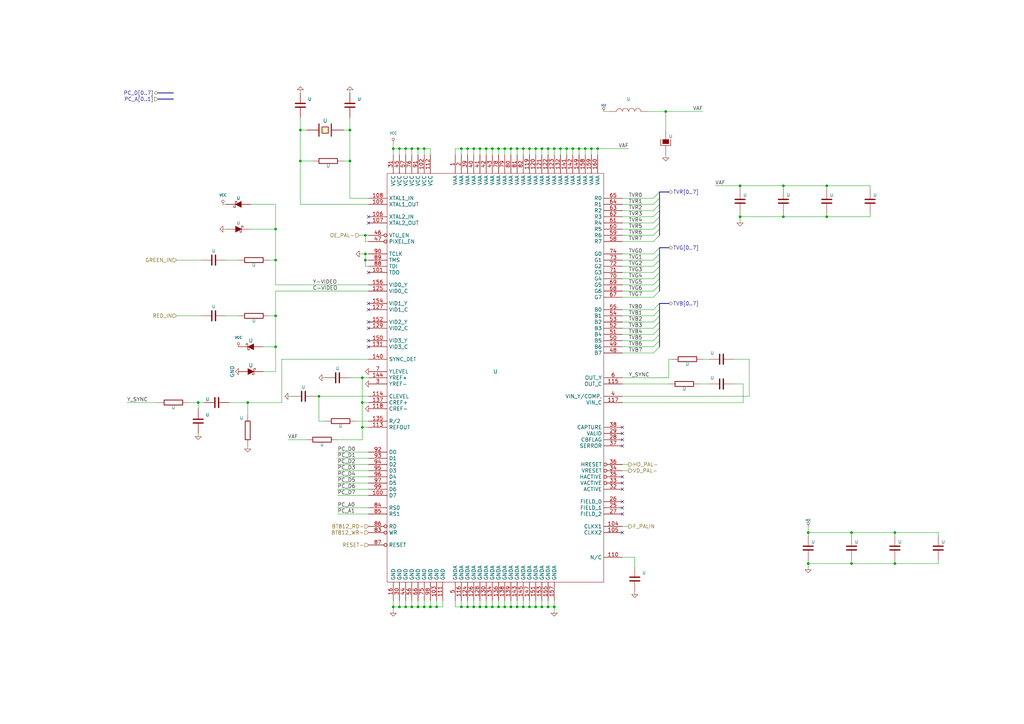
<source format=kicad_sch>
(kicad_sch (version 20220822) (generator eeschema)
  (paper "A3")
  (title_block (title "Video") (date "Sun 22 Mar 2015") (rev "2.0B") (company "Kicad EDA"))
  (lib_symbols
    (symbol "video_schlib:BT812" (pin_names (offset 0.762))
      (property "Reference" "U" (at 47.498 85.09 0))
      (property "Value" "BT812" (at 31.242 -85.09 0))
      (symbol "BT812_0_1"
        (rectangle (start -44.45 -83.82) (end 44.45 83.82))
      )
      (symbol "BT812_1_1"
        (pin input line (at -16.51 91.44 270) (length 7.62) (name "VAA") (number "1"))
        (pin tri_state line (at -52.07 -48.26 0) (length 7.62) (name "D7") (number "100"))
        (pin output line (at -52.07 43.18 0) (length 7.62) (name "TDO") (number "101"))
        (pin input line (at -29.21 91.44 270) (length 7.62) (name "VCC") (number "102"))
        (pin input line (at -24.13 -91.44 90) (length 7.62) (name "GND") (number "103"))
        (pin output line (at 52.07 -60.96 180) (length 7.62) (name "CLKX1") (number "104"))
        (pin output line (at 52.07 -63.5 180) (length 7.62) (name "CLKX2") (number "105"))
        (pin input line (at -52.07 66.04 0) (length 7.62) (name "XTAL2_IN") (number "106"))
        (pin output line (at -52.07 63.5 0) (length 7.62) (name "XTAL2_OUT") (number "107"))
        (pin input line (at -52.07 73.66 0) (length 7.62) (name "XTAL1_IN") (number "108"))
        (pin output line (at -52.07 71.12 0) (length 7.62) (name "XTAL1_OUT") (number "109"))
        (pin input line (at 52.07 -73.66 180) (length 7.62) (name "N/C") (number "110"))
        (pin input line (at -21.59 -91.44 90) (length 7.62) (name "GND") (number "111"))
        (pin input line (at -26.67 91.44 270) (length 7.62) (name "VCC") (number "112"))
        (pin output line (at -52.07 -20.32 0) (length 7.62) (name "REFOUT") (number "113"))
        (pin input line (at -52.07 -7.62 0) (length 7.62) (name "CLEVEL") (number "114"))
        (pin output line (at 52.07 -2.54 180) (length 7.62) (name "OUT_C") (number "115"))
        (pin input line (at -13.97 -91.44 90) (length 7.62) (name "GNDA") (number "116"))
        (pin input line (at 52.07 -10.16 180) (length 7.62) (name "VIN_C") (number "117"))
        (pin input line (at -52.07 -12.7 0) (length 7.62) (name "CREF-") (number "118"))
        (pin input line (at 13.97 91.44 270) (length 7.62) (name "VAA") (number "119"))
        (pin input line (at 16.51 91.44 270) (length 7.62) (name "VAA") (number "120"))
        (pin input line (at 19.05 91.44 270) (length 7.62) (name "VAA") (number "121"))
        (pin input line (at 21.59 91.44 270) (length 7.62) (name "VAA") (number "122"))
        (pin passive line (at 24.13 91.44 270) (length 7.62) (name "VAA") (number "123"))
        (pin input line (at -11.43 -91.44 90) (length 7.62) (name "GNDA") (number "124"))
        (pin input line (at -52.07 35.56 0) (length 7.62) (name "VID0_C") (number "125"))
        (pin input line (at -8.89 -91.44 90) (length 7.62) (name "GNDA") (number "126"))
        (pin input line (at -52.07 27.94 0) (length 7.62) (name "VID1_C") (number "127"))
        (pin input line (at -6.35 -91.44 90) (length 7.62) (name "GNDA") (number "128"))
        (pin input line (at -52.07 20.32 0) (length 7.62) (name "VID2_C") (number "129"))
        (pin input line (at -3.81 -91.44 90) (length 7.62) (name "GNDA") (number "130"))
        (pin input line (at -52.07 12.7 0) (length 7.62) (name "VID3_C") (number "131"))
        (pin input line (at 26.67 91.44 270) (length 7.62) (name "VAA") (number "132"))
        (pin input line (at -1.27 -91.44 90) (length 7.62) (name "GNDA") (number "134"))
        (pin input line (at -52.07 -17.78 0) (length 7.62) (name "R/2") (number "135"))
        (pin input line (at 1.27 -91.44 90) (length 7.62) (name "GNDA") (number "136"))
        (pin input line (at -52.07 -10.16 0) (length 7.62) (name "CREF+") (number "137"))
        (pin input line (at 3.81 -91.44 90) (length 7.62) (name "GNDA") (number "138"))
        (pin input line (at 6.35 -91.44 90) (length 7.62) (name "GNDA") (number "139"))
        (pin input line (at -52.07 7.62 0) (length 7.62) (name "SYNC_DET") (number "140"))
        (pin input line (at 29.21 91.44 270) (length 7.62) (name "VAA") (number "141"))
        (pin input line (at 31.75 91.44 270) (length 7.62) (name "VAA") (number "142"))
        (pin input line (at 8.89 -91.44 90) (length 7.62) (name "GNDA") (number "143"))
        (pin input line (at -52.07 0 0) (length 7.62) (name "YREF+") (number "144"))
        (pin input line (at 11.43 -91.44 90) (length 7.62) (name "GNDA") (number "145"))
        (pin input line (at 13.97 -91.44 90) (length 7.62) (name "GNDA") (number "147"))
        (pin input line (at 34.29 91.44 270) (length 7.62) (name "VAA") (number "149"))
        (pin input line (at -52.07 15.24 0) (length 7.62) (name "VID3_Y") (number "150"))
        (pin input line (at 16.51 -91.44 90) (length 7.62) (name "GNDA") (number "151"))
        (pin input line (at -52.07 22.86 0) (length 7.62) (name "VID2_Y") (number "152"))
        (pin input line (at 19.05 -91.44 90) (length 7.62) (name "GNDA") (number "153"))
        (pin input line (at -52.07 30.48 0) (length 7.62) (name "VID1_Y") (number "154"))
        (pin input line (at 21.59 -91.44 90) (length 7.62) (name "GNDA") (number "155"))
        (pin input line (at -52.07 38.1 0) (length 7.62) (name "VID0_Y") (number "156"))
        (pin input line (at 24.13 -91.44 90) (length 7.62) (name "GNDA") (number "157"))
        (pin input line (at 36.83 91.44 270) (length 7.62) (name "VAA") (number "158"))
        (pin input line (at 39.37 91.44 270) (length 7.62) (name "VAA") (number "159"))
        (pin input line (at -41.91 -91.44 90) (length 7.62) (name "GND") (number "16"))
        (pin input line (at 41.91 91.44 270) (length 7.62) (name "VAA") (number "160"))
        (pin input line (at -13.97 91.44 270) (length 7.62) (name "VAA") (number "2"))
        (pin bidirectional line (at 52.07 -53.34 180) (length 7.62) (name "FIELD_1") (number "25"))
        (pin bidirectional line (at 52.07 -50.8 180) (length 7.62) (name "FIELD_0") (number "26"))
        (pin output line (at 52.07 -55.88 180) (length 7.62) (name "FIELD_2") (number "27"))
        (pin output line (at 52.07 -25.4 180) (length 7.62) (name "CBFLAG") (number "28"))
        (pin output line (at 52.07 -22.86 180) (length 7.62) (name "VALID") (number "29"))
        (pin input line (at -52.07 -2.54 0) (length 7.62) (name "YREF-") (number "3"))
        (pin input line (at -39.37 -91.44 90) (length 7.62) (name "GND") (number "30"))
        (pin input line (at -41.91 91.44 270) (length 7.62) (name "VCC") (number "31"))
        (pin output line (at 52.07 -45.72 180) (length 7.62) (name "ACTIVE") (number "32"))
        (pin output inverted (at 52.07 -43.18 180) (length 7.62) (name "VACTIVE") (number "33"))
        (pin output inverted (at 52.07 -38.1 180) (length 7.62) (name "VRESET") (number "34"))
        (pin output inverted (at 52.07 -40.64 180) (length 7.62) (name "HACTIVE") (number "35"))
        (pin output inverted (at 52.07 -35.56 180) (length 7.62) (name "HRESET") (number "36"))
        (pin output line (at 52.07 -27.94 180) (length 7.62) (name "SERROR") (number "37"))
        (pin output line (at 52.07 -20.32 180) (length 7.62) (name "CAPTURE") (number "38"))
        (pin input line (at -11.43 91.44 270) (length 7.62) (name "VAA") (number "39"))
        (pin input line (at 52.07 -7.62 180) (length 7.62) (name "VIN_Y/COMP.") (number "4"))
        (pin input line (at -8.89 91.44 270) (length 7.62) (name "VAA") (number "40"))
        (pin input line (at -6.35 91.44 270) (length 7.62) (name "VAA") (number "41"))
        (pin input line (at -3.81 91.44 270) (length 7.62) (name "VAA") (number "42"))
        (pin input line (at -1.27 91.44 270) (length 7.62) (name "VAA") (number "43"))
        (pin input line (at -36.83 -91.44 90) (length 7.62) (name "GND") (number "44"))
        (pin input line (at -39.37 91.44 270) (length 7.62) (name "VCC") (number "45"))
        (pin input inverted (at -52.07 58.42 0) (length 7.62) (name "VTU_EN") (number "46"))
        (pin input inverted (at -52.07 55.88 0) (length 7.62) (name "PIXEL_EN") (number "47"))
        (pin tri_state line (at 52.07 10.16 180) (length 7.62) (name "B7") (number "48"))
        (pin tri_state line (at 52.07 12.7 180) (length 7.62) (name "B6") (number "49"))
        (pin input line (at -16.51 -91.44 90) (length 7.62) (name "GNDA") (number "5"))
        (pin tri_state line (at 52.07 15.24 180) (length 7.62) (name "B5") (number "50"))
        (pin tri_state line (at 52.07 17.78 180) (length 7.62) (name "B4") (number "51"))
        (pin tri_state line (at 52.07 20.32 180) (length 7.62) (name "B3") (number "52"))
        (pin tri_state line (at 52.07 22.86 180) (length 7.62) (name "B2") (number "53"))
        (pin tri_state line (at 52.07 25.4 180) (length 7.62) (name "B1") (number "54"))
        (pin tri_state line (at 52.07 27.94 180) (length 7.62) (name "B0") (number "55"))
        (pin input line (at -34.29 -91.44 90) (length 7.62) (name "GND") (number "56"))
        (pin input line (at -36.83 91.44 270) (length 7.62) (name "VCC") (number "57"))
        (pin tri_state line (at 52.07 55.88 180) (length 7.62) (name "R7") (number "58"))
        (pin tri_state line (at 52.07 58.42 180) (length 7.62) (name "R6") (number "59"))
        (pin output line (at 52.07 0 180) (length 7.62) (name "OUT_Y") (number "6"))
        (pin tri_state line (at 52.07 60.96 180) (length 7.62) (name "R5") (number "60"))
        (pin tri_state line (at 52.07 63.5 180) (length 7.62) (name "R4") (number "61"))
        (pin tri_state line (at 52.07 66.04 180) (length 7.62) (name "R3") (number "62"))
        (pin tri_state line (at 52.07 68.58 180) (length 7.62) (name "R2") (number "63"))
        (pin tri_state line (at 52.07 71.12 180) (length 7.62) (name "R1") (number "64"))
        (pin tri_state line (at 52.07 73.66 180) (length 7.62) (name "R0") (number "65"))
        (pin input line (at -31.75 -91.44 90) (length 7.62) (name "GND") (number "66"))
        (pin tri_state line (at 52.07 33.02 180) (length 7.62) (name "G7") (number "67"))
        (pin tri_state line (at 52.07 35.56 180) (length 7.62) (name "G6") (number "68"))
        (pin tri_state line (at 52.07 38.1 180) (length 7.62) (name "G5") (number "69"))
        (pin input line (at -52.07 2.54 0) (length 7.62) (name "YLEVEL") (number "7"))
        (pin tri_state line (at 52.07 40.64 180) (length 7.62) (name "G4") (number "70"))
        (pin tri_state line (at 52.07 43.18 180) (length 7.62) (name "G3") (number "71"))
        (pin tri_state line (at 52.07 45.72 180) (length 7.62) (name "G2") (number "72"))
        (pin tri_state line (at 52.07 48.26 180) (length 7.62) (name "G1") (number "73"))
        (pin tri_state line (at 52.07 50.8 180) (length 7.62) (name "G0") (number "74"))
        (pin input line (at -29.21 -91.44 90) (length 7.62) (name "GND") (number "75"))
        (pin input line (at -34.29 91.44 270) (length 7.62) (name "VCC") (number "76"))
        (pin input line (at 1.27 91.44 270) (length 7.62) (name "VAA") (number "78"))
        (pin input line (at 3.81 91.44 270) (length 7.62) (name "VAA") (number "79"))
        (pin input line (at 6.35 91.44 270) (length 7.62) (name "VAA") (number "80"))
        (pin input line (at 8.89 91.44 270) (length 7.62) (name "VAA") (number "81"))
        (pin input line (at 11.43 91.44 270) (length 7.62) (name "VAA") (number "82"))
        (pin input inverted (at -52.07 -63.5 0) (length 7.62) (name "WR") (number "83"))
        (pin input line (at -52.07 -53.34 0) (length 7.62) (name "RS0") (number "84"))
        (pin input line (at -52.07 -55.88 0) (length 7.62) (name "RS1") (number "85"))
        (pin input inverted (at -52.07 -60.96 0) (length 7.62) (name "RD") (number "86"))
        (pin input inverted (at -52.07 -68.58 0) (length 7.62) (name "RESET") (number "87"))
        (pin input line (at -52.07 45.72 0) (length 7.62) (name "TDI") (number "88"))
        (pin input line (at -52.07 48.26 0) (length 7.62) (name "TMS") (number "89"))
        (pin input line (at -52.07 50.8 0) (length 7.62) (name "TCLK") (number "90"))
        (pin passive line (at -31.75 91.44 270) (length 7.62) (name "VCC") (number "91"))
        (pin tri_state line (at -52.07 -30.48 0) (length 7.62) (name "D0") (number "92"))
        (pin tri_state line (at -52.07 -33.02 0) (length 7.62) (name "D1") (number "93"))
        (pin tri_state line (at -52.07 -35.56 0) (length 7.62) (name "D2") (number "94"))
        (pin tri_state line (at -52.07 -38.1 0) (length 7.62) (name "D3") (number "95"))
        (pin tri_state line (at -52.07 -40.64 0) (length 7.62) (name "D4") (number "96"))
        (pin tri_state line (at -52.07 -43.18 0) (length 7.62) (name "D5") (number "97"))
        (pin input line (at -26.67 -91.44 90) (length 7.62) (name "GND") (number "98"))
        (pin tri_state line (at -52.07 -45.72 0) (length 7.62) (name "D6") (number "99"))
      )
    )
    (symbol "video_schlib:C" (pin_numbers hide) (pin_names (offset 0.254))
      (property "Reference" "C" (at 0 2.54 0))
      (property "Value" "C" (at 0.1524 -2.159 0))
      (symbol "C_0_1"
        (polyline (pts (xy -2.032 -0.762) (xy 2.032 -0.762)) (stroke (width 0.508)))
        (polyline (pts (xy -2.032 0.762) (xy 2.032 0.762)) (stroke (width 0.508)))
      )
      (symbol "C_1_1"
        (pin passive line (at 0 5.08 270) (length 4.318) (name "~") (number "1"))
        (pin passive line (at 0 -5.08 90) (length 4.318) (name "~") (number "2"))
      )
    )
    (symbol "video_schlib:CP" (pin_numbers hide) (pin_names (offset 0.254) hide)
      (property "Reference" "C" (at 1.27 2.54 0))
      (property "Value" "CP" (at 1.27 -2.54 0))
      (symbol "CP_0_1"
        (polyline (pts (xy -2.032 1.27) (xy -2.032 -1.27) (xy 2.032 -1.27) (xy 2.032 1.27)) (stroke (width 0.2032)))
        (polyline (pts (xy -1.27 1.27) (xy -1.27 -0.508) (xy 1.27 -0.508) (xy 1.27 1.27)) (fill (type outline)))
      )
      (symbol "CP_1_1"
        (pin passive line (at 0 5.08 270) (length 3.81) (name "~") (number "1"))
        (pin passive line (at 0 -5.08 90) (length 3.81) (name "~") (number "2"))
      )
    )
    (symbol "video_schlib:CRYSTAL" (pin_numbers hide) (pin_names (offset 1.016) hide)
      (property "Reference" "X" (at 0 3.81 0))
      (property "Value" "CRYSTAL" (at 0 -3.81 0))
      (symbol "CRYSTAL_0_1"
        (polyline (pts (xy -2.54 2.54) (xy -2.54 -2.54)) (stroke (width 0.4064)))
        (polyline (pts (xy 2.54 2.54) (xy 2.54 -2.54)) (stroke (width 0.4064)))
        (polyline (pts (xy -1.27 1.27) (xy 1.27 1.27) (xy 1.27 -1.27) (xy -1.27 -1.27) (xy -1.27 1.27)) (stroke (width 0.3048)) (fill (type background)))
      )
      (symbol "CRYSTAL_1_1"
        (pin passive line (at -7.62 0 0) (length 5.08) (name "1") (number "1"))
        (pin passive line (at 7.62 0 180) (length 5.08) (name "2") (number "2"))
      )
    )
    (symbol "video_schlib:DIODESCH" (pin_numbers hide) (pin_names (offset 1.016) hide)
      (property "Reference" "D" (at 0 2.54 0))
      (property "Value" "DIODESCH" (at 0 -2.54 0))
      (symbol "DIODESCH_0_1"
        (polyline (pts (xy -1.27 1.27) (xy 1.27 0) (xy -1.27 -1.27)) (fill (type outline)))
        (polyline (pts (xy 1.905 0.635) (xy 1.905 1.27) (xy 1.27 1.27) (xy 1.27 -1.27) (xy 0.635 -1.27) (xy 0.635 -0.635)) (stroke (width 0.2032)))
      )
      (symbol "DIODESCH_1_1"
        (pin passive line (at -5.08 0 0) (length 3.81) (name "A") (number "1"))
        (pin passive line (at 5.08 0 180) (length 3.81) (name "K") (number "2"))
      )
    )
    (symbol "video_schlib:GND" (power) (pin_names (offset 0))
      (symbol "GND_0_1"
        (polyline (pts (xy -1.27 0) (xy 0 -1.27) (xy 1.27 0) (xy -1.27 0)))
      )
      (symbol "GND_1_1"
        (pin power_in line (at 0 0 90) (length 0) hide (name "GND") (number "1"))
      )
    )
    (symbol "video_schlib:INDUCTOR" (pin_numbers hide) (pin_names (offset 1.016) hide)
      (property "Reference" "L" (at -1.27 0 90))
      (property "Value" "INDUCTOR" (at 2.54 0 90))
      (symbol "INDUCTOR_0_1"
        (arc (start 0.0254 -5.0546) (mid 1.245 -3.7973) (end 0.0254 -2.54))
        (arc (start 0.0254 -2.5146) (mid 1.2704 -1.2319) (end 0.0254 0.0508))
        (arc (start 0.0254 0.0254) (mid 1.2704 1.3081) (end 0.0254 2.5908))
        (arc (start 0.0254 2.5654) (mid 1.1942 3.7719) (end 0.0254 4.9784))
      )
      (symbol "INDUCTOR_1_1"
        (pin passive line (at 0 7.62 270) (length 2.54) (name "1") (number "1"))
        (pin passive line (at 0 -7.62 90) (length 2.54) (name "2") (number "2"))
      )
    )
    (symbol "video_schlib:R" (pin_numbers hide) (pin_names (offset 0))
      (property "Reference" "R" (at 2.032 0 90))
      (property "Value" "R" (at 0.1778 0.0254 90))
      (symbol "R_0_1"
        (rectangle (start -1.016 3.81) (end 1.016 -3.81) (stroke (width 0.3048)))
      )
      (symbol "R_1_1"
        (pin passive line (at 0 6.35 270) (length 2.54) (name "~") (number "1"))
        (pin passive line (at 0 -6.35 90) (length 2.54) (name "~") (number "2"))
      )
    )
    (symbol "video_schlib:VCC" (power) (pin_names (offset 0))
      (property "Value" "VCC" (at 0 2.54 0))
      (symbol "VCC_0_0"
        (pin power_in line (at 0 0 90) (length 0) hide (name "VCC") (number "1"))
      )
      (symbol "VCC_0_1"
        (polyline (pts (xy 0 0) (xy 0 0.762) (xy 0 0.762)))
        (circle (center 0 1.27) (radius 0.508))
      )
    )
  )
  (junction (at 234.95 60.96) (diameter 0.9144))
  (junction (at 113.03 129.54) (diameter 0.9144))
  (junction (at 209.55 60.96) (diameter 0.9144))
  (junction (at 171.45 60.96) (diameter 0.9144))
  (junction (at 166.37 60.96) (diameter 0.9144))
  (junction (at 123.19 53.34) (diameter 0.9144))
  (junction (at 149.86 96.52) (diameter 0.9144))
  (junction (at 149.86 104.14) (diameter 0.9144))
  (junction (at 113.03 142.24) (diameter 0.9144))
  (junction (at 214.63 60.96) (diameter 0.9144))
  (junction (at 173.99 248.92) (diameter 0.9144))
  (junction (at 81.28 165.1) (diameter 0.9144))
  (junction (at 339.09 76.2) (diameter 0.9144))
  (junction (at 227.33 248.92) (diameter 0.9144))
  (junction (at 201.93 60.96) (diameter 0.9144))
  (junction (at 163.83 60.96) (diameter 0.9144))
  (junction (at 143.51 66.04) (diameter 0.9144))
  (junction (at 242.57 60.96) (diameter 0.9144))
  (junction (at 273.05 45.72) (diameter 0.9144))
  (junction (at 219.71 60.96) (diameter 0.9144))
  (junction (at 245.11 60.96) (diameter 0.9144))
  (junction (at 321.31 88.9) (diameter 0.9144))
  (junction (at 148.59 175.26) (diameter 0.9144))
  (junction (at 232.41 60.96) (diameter 0.9144))
  (junction (at 207.01 60.96) (diameter 0.9144))
  (junction (at 237.49 60.96) (diameter 0.9144))
  (junction (at 161.29 60.96) (diameter 0.9144))
  (junction (at 123.19 66.04) (diameter 0.9144))
  (junction (at 171.45 248.92) (diameter 0.9144))
  (junction (at 204.47 248.92) (diameter 0.9144))
  (junction (at 113.03 93.98) (diameter 0.9144))
  (junction (at 204.47 60.96) (diameter 0.9144))
  (junction (at 331.47 218.44) (diameter 0.9144))
  (junction (at 163.83 248.92) (diameter 0.9144))
  (junction (at 349.25 218.44) (diameter 0.9144))
  (junction (at 101.6 165.1) (diameter 0.9144))
  (junction (at 207.01 248.92) (diameter 0.9144))
  (junction (at 222.25 248.92) (diameter 0.9144))
  (junction (at 212.09 60.96) (diameter 0.9144))
  (junction (at 148.59 154.94) (diameter 0.9144))
  (junction (at 217.17 60.96) (diameter 0.9144))
  (junction (at 229.87 60.96) (diameter 0.9144))
  (junction (at 130.81 162.56) (diameter 0.9144))
  (junction (at 212.09 248.92) (diameter 0.9144))
  (junction (at 199.39 60.96) (diameter 0.9144))
  (junction (at 339.09 88.9) (diameter 0.9144))
  (junction (at 176.53 248.92) (diameter 0.9144))
  (junction (at 331.47 231.14) (diameter 0.9144))
  (junction (at 191.77 60.96) (diameter 0.9144))
  (junction (at 189.23 60.96) (diameter 0.9144))
  (junction (at 194.31 248.92) (diameter 0.9144))
  (junction (at 196.85 60.96) (diameter 0.9144))
  (junction (at 303.53 88.9) (diameter 0.9144))
  (junction (at 179.07 248.92) (diameter 0.9144))
  (junction (at 222.25 60.96) (diameter 0.9144))
  (junction (at 303.53 76.2) (diameter 0.9144))
  (junction (at 173.99 60.96) (diameter 0.9144))
  (junction (at 217.17 248.92) (diameter 0.9144))
  (junction (at 143.51 53.34) (diameter 0.9144))
  (junction (at 166.37 248.92) (diameter 0.9144))
  (junction (at 349.25 231.14) (diameter 0.9144))
  (junction (at 240.03 60.96) (diameter 0.9144))
  (junction (at 367.03 218.44) (diameter 0.9144))
  (junction (at 161.29 248.92) (diameter 0.9144))
  (junction (at 367.03 231.14) (diameter 0.9144))
  (junction (at 214.63 248.92) (diameter 0.9144))
  (junction (at 148.59 165.1) (diameter 0.9144))
  (junction (at 199.39 248.92) (diameter 0.9144))
  (junction (at 321.31 76.2) (diameter 0.9144))
  (junction (at 113.03 106.68) (diameter 0.9144))
  (junction (at 196.85 248.92) (diameter 0.9144))
  (junction (at 191.77 248.92) (diameter 0.9144))
  (junction (at 219.71 248.92) (diameter 0.9144))
  (junction (at 201.93 248.92) (diameter 0.9144))
  (junction (at 209.55 248.92) (diameter 0.9144))
  (junction (at 189.23 248.92) (diameter 0.9144))
  (junction (at 194.31 60.96) (diameter 0.9144))
  (junction (at 168.91 60.96) (diameter 0.9144))
  (junction (at 149.86 106.68) (diameter 0.9144))
  (junction (at 224.79 60.96) (diameter 0.9144))
  (junction (at 168.91 248.92) (diameter 0.9144))
  (junction (at 227.33 60.96) (diameter 0.9144))
  (junction (at 224.79 248.92) (diameter 0.9144))
  (no_connect (at 255.27 205.74))
  (no_connect (at 255.27 198.12))
  (no_connect (at 151.13 124.46))
  (no_connect (at 255.27 175.26))
  (no_connect (at 151.13 91.44))
  (no_connect (at 255.27 177.8))
  (no_connect (at 151.13 127))
  (no_connect (at 255.27 208.28))
  (no_connect (at 255.27 218.44))
  (no_connect (at 255.27 195.58))
  (no_connect (at 255.27 180.34))
  (no_connect (at 255.27 200.66))
  (no_connect (at 151.13 134.62))
  (no_connect (at 255.27 210.82))
  (no_connect (at 151.13 111.76))
  (no_connect (at 151.13 139.7))
  (no_connect (at 151.13 142.24))
  (no_connect (at 151.13 132.08))
  (no_connect (at 255.27 182.88))
  (no_connect (at 151.13 88.9))
  (bus_entry (at 267.97 93.98) (size 2.54 -2.54) (stroke (width 0.1524)))
  (bus_entry (at 267.97 86.36) (size 2.54 -2.54) (stroke (width 0.1524)))
  (bus_entry (at 267.97 121.92) (size 2.54 -2.54) (stroke (width 0.1524)))
  (bus_entry (at 267.97 127) (size 2.54 -2.54) (stroke (width 0.1524)))
  (bus_entry (at 267.97 114.3) (size 2.54 -2.54) (stroke (width 0.1524)))
  (bus_entry (at 267.97 83.82) (size 2.54 -2.54) (stroke (width 0.1524)))
  (bus_entry (at 267.97 139.7) (size 2.54 -2.54) (stroke (width 0.1524)))
  (bus_entry (at 267.97 116.84) (size 2.54 -2.54) (stroke (width 0.1524)))
  (bus_entry (at 267.97 144.78) (size 2.54 -2.54) (stroke (width 0.1524)))
  (bus_entry (at 267.97 81.28) (size 2.54 -2.54) (stroke (width 0.1524)))
  (bus_entry (at 267.97 109.22) (size 2.54 -2.54) (stroke (width 0.1524)))
  (bus_entry (at 267.97 134.62) (size 2.54 -2.54) (stroke (width 0.1524)))
  (bus_entry (at 267.97 111.76) (size 2.54 -2.54) (stroke (width 0.1524)))
  (bus_entry (at 267.97 106.68) (size 2.54 -2.54) (stroke (width 0.1524)))
  (bus_entry (at 267.97 99.06) (size 2.54 -2.54) (stroke (width 0.1524)))
  (bus_entry (at 267.97 132.08) (size 2.54 -2.54) (stroke (width 0.1524)))
  (bus_entry (at 267.97 142.24) (size 2.54 -2.54) (stroke (width 0.1524)))
  (bus_entry (at 267.97 104.14) (size 2.54 -2.54) (stroke (width 0.1524)))
  (bus_entry (at 267.97 137.16) (size 2.54 -2.54) (stroke (width 0.1524)))
  (bus_entry (at 267.97 129.54) (size 2.54 -2.54) (stroke (width 0.1524)))
  (bus_entry (at 267.97 119.38) (size 2.54 -2.54) (stroke (width 0.1524)))
  (bus_entry (at 267.97 88.9) (size 2.54 -2.54) (stroke (width 0.1524)))
  (bus_entry (at 267.97 96.52) (size 2.54 -2.54) (stroke (width 0.1524)))
  (bus_entry (at 267.97 91.44) (size 2.54 -2.54) (stroke (width 0.1524)))
  (wire (pts (xy 255.27 109.22) (xy 267.97 109.22)))
  (wire (pts (xy 173.99 60.96) (xy 173.99 63.5)))
  (wire (pts (xy 102.87 83.82) (xy 113.03 83.82)))
  (wire (pts (xy 123.19 48.26) (xy 123.19 53.34)))
  (wire (pts (xy 273.05 45.72) (xy 273.05 53.34)))
  (wire (pts (xy 245.11 60.96) (xy 245.11 63.5)))
  (wire (pts (xy 81.28 165.1) (xy 83.82 165.1)))
  (wire (pts (xy 189.23 60.96) (xy 191.77 60.96)))
  (bus (pts (xy 270.51 86.36) (xy 270.51 88.9)))
  (wire (pts (xy 191.77 60.96) (xy 191.77 63.5)))
  (wire (pts (xy 207.01 248.92) (xy 209.55 248.92)))
  (wire (pts (xy 149.86 104.14) (xy 151.13 104.14)))
  (wire (pts (xy 171.45 60.96) (xy 171.45 63.5)))
  (wire (pts (xy 166.37 246.38) (xy 166.37 248.92)))
  (wire (pts (xy 196.85 60.96) (xy 196.85 63.5)))
  (wire (pts (xy 224.79 246.38) (xy 224.79 248.92)))
  (wire (pts (xy 148.59 154.94) (xy 148.59 165.1)))
  (wire (pts (xy 138.43 203.2) (xy 151.13 203.2)))
  (wire (pts (xy 242.57 60.96) (xy 245.11 60.96)))
  (wire (pts (xy 179.07 248.92) (xy 181.61 248.92)))
  (bus (pts (xy 270.51 106.68) (xy 270.51 109.22)))
  (wire (pts (xy 140.97 66.04) (xy 143.51 66.04)))
  (wire (pts (xy 349.25 218.44) (xy 367.03 218.44)))
  (wire (pts (xy 179.07 246.38) (xy 179.07 248.92)))
  (wire (pts (xy 194.31 248.92) (xy 196.85 248.92)))
  (wire (pts (xy 384.81 231.14) (xy 384.81 229.87)))
  (wire (pts (xy 123.19 53.34) (xy 125.73 53.34)))
  (wire (pts (xy 224.79 248.92) (xy 227.33 248.92)))
  (wire (pts (xy 113.03 119.38) (xy 113.03 129.54)))
  (wire (pts (xy 303.53 77.47) (xy 303.53 76.2)))
  (wire (pts (xy 148.59 165.1) (xy 151.13 165.1)))
  (bus (pts (xy 270.51 109.22) (xy 270.51 111.76)))
  (wire (pts (xy 166.37 60.96) (xy 166.37 63.5)))
  (wire (pts (xy 191.77 60.96) (xy 194.31 60.96)))
  (wire (pts (xy 255.27 106.68) (xy 267.97 106.68)))
  (wire (pts (xy 151.13 119.38) (xy 113.03 119.38)))
  (wire (pts (xy 163.83 60.96) (xy 163.83 63.5)))
  (wire (pts (xy 219.71 248.92) (xy 222.25 248.92)))
  (wire (pts (xy 207.01 60.96) (xy 207.01 63.5)))
  (wire (pts (xy 93.98 165.1) (xy 101.6 165.1)))
  (wire (pts (xy 138.43 190.5) (xy 151.13 190.5)))
  (wire (pts (xy 255.27 127) (xy 267.97 127)))
  (wire (pts (xy 199.39 246.38) (xy 199.39 248.92)))
  (wire (pts (xy 204.47 60.96) (xy 204.47 63.5)))
  (wire (pts (xy 92.71 106.68) (xy 97.79 106.68)))
  (wire (pts (xy 265.43 45.72) (xy 273.05 45.72)))
  (wire (pts (xy 234.95 60.96) (xy 234.95 63.5)))
  (wire (pts (xy 168.91 60.96) (xy 168.91 63.5)))
  (wire (pts (xy 138.43 198.12) (xy 151.13 198.12)))
  (bus (pts (xy 274.32 124.46) (xy 270.51 124.46)))
  (wire (pts (xy 173.99 60.96) (xy 176.53 60.96)))
  (wire (pts (xy 113.03 93.98) (xy 113.03 106.68)))
  (wire (pts (xy 255.27 114.3) (xy 267.97 114.3)))
  (bus (pts (xy 64.77 38.1) (xy 71.12 38.1)))
  (wire (pts (xy 219.71 60.96) (xy 222.25 60.96)))
  (wire (pts (xy 321.31 76.2) (xy 339.09 76.2)))
  (wire (pts (xy 331.47 229.87) (xy 331.47 231.14)))
  (wire (pts (xy 171.45 246.38) (xy 171.45 248.92)))
  (wire (pts (xy 255.27 215.9) (xy 257.81 215.9)))
  (wire (pts (xy 149.86 104.14) (xy 149.86 106.68)))
  (wire (pts (xy 168.91 248.92) (xy 171.45 248.92)))
  (wire (pts (xy 138.43 187.96) (xy 151.13 187.96)))
  (wire (pts (xy 176.53 60.96) (xy 176.53 63.5)))
  (wire (pts (xy 113.03 116.84) (xy 151.13 116.84)))
  (wire (pts (xy 151.13 99.06) (xy 149.86 99.06)))
  (wire (pts (xy 81.28 165.1) (xy 81.28 167.64)))
  (wire (pts (xy 123.19 53.34) (xy 123.19 66.04)))
  (wire (pts (xy 77.47 165.1) (xy 81.28 165.1)))
  (wire (pts (xy 161.29 60.96) (xy 161.29 63.5)))
  (wire (pts (xy 147.32 96.52) (xy 149.86 96.52)))
  (wire (pts (xy 255.27 134.62) (xy 267.97 134.62)))
  (wire (pts (xy 367.03 231.14) (xy 384.81 231.14)))
  (wire (pts (xy 255.27 88.9) (xy 267.97 88.9)))
  (wire (pts (xy 303.53 87.63) (xy 303.53 88.9)))
  (wire (pts (xy 186.69 60.96) (xy 189.23 60.96)))
  (wire (pts (xy 173.99 248.92) (xy 176.53 248.92)))
  (wire (pts (xy 81.28 177.8) (xy 81.28 179.07)))
  (wire (pts (xy 214.63 246.38) (xy 214.63 248.92)))
  (wire (pts (xy 115.57 165.1) (xy 115.57 147.32)))
  (wire (pts (xy 138.43 185.42) (xy 151.13 185.42)))
  (wire (pts (xy 367.03 218.44) (xy 367.03 219.71)))
  (wire (pts (xy 300.99 157.48) (xy 304.8 157.48)))
  (bus (pts (xy 270.51 91.44) (xy 270.51 93.98)))
  (wire (pts (xy 101.6 165.1) (xy 115.57 165.1)))
  (wire (pts (xy 138.43 193.04) (xy 151.13 193.04)))
  (wire (pts (xy 123.19 66.04) (xy 128.27 66.04)))
  (wire (pts (xy 143.51 154.94) (xy 148.59 154.94)))
  (wire (pts (xy 110.49 106.68) (xy 113.03 106.68)))
  (wire (pts (xy 222.25 248.92) (xy 224.79 248.92)))
  (wire (pts (xy 207.01 60.96) (xy 209.55 60.96)))
  (wire (pts (xy 255.27 129.54) (xy 267.97 129.54)))
  (bus (pts (xy 270.51 137.16) (xy 270.51 139.7)))
  (wire (pts (xy 255.27 142.24) (xy 267.97 142.24)))
  (wire (pts (xy 255.27 86.36) (xy 267.97 86.36)))
  (wire (pts (xy 143.51 66.04) (xy 143.51 81.28)))
  (wire (pts (xy 227.33 246.38) (xy 227.33 248.92)))
  (bus (pts (xy 270.51 104.14) (xy 270.51 106.68)))
  (wire (pts (xy 199.39 60.96) (xy 199.39 63.5)))
  (wire (pts (xy 140.97 53.34) (xy 143.51 53.34)))
  (wire (pts (xy 189.23 60.96) (xy 189.23 63.5)))
  (wire (pts (xy 113.03 83.82) (xy 113.03 93.98)))
  (wire (pts (xy 224.79 60.96) (xy 227.33 60.96)))
  (wire (pts (xy 194.31 60.96) (xy 194.31 63.5)))
  (wire (pts (xy 186.69 60.96) (xy 186.69 63.5)))
  (wire (pts (xy 143.51 48.26) (xy 143.51 53.34)))
  (wire (pts (xy 186.69 248.92) (xy 186.69 246.38)))
  (wire (pts (xy 149.86 106.68) (xy 151.13 106.68)))
  (wire (pts (xy 138.43 195.58) (xy 151.13 195.58)))
  (wire (pts (xy 209.55 248.92) (xy 212.09 248.92)))
  (bus (pts (xy 274.32 101.6) (xy 270.51 101.6)))
  (wire (pts (xy 217.17 248.92) (xy 219.71 248.92)))
  (wire (pts (xy 331.47 215.9) (xy 331.47 218.44)))
  (wire (pts (xy 173.99 246.38) (xy 173.99 248.92)))
  (wire (pts (xy 255.27 104.14) (xy 267.97 104.14)))
  (wire (pts (xy 199.39 248.92) (xy 201.93 248.92)))
  (wire (pts (xy 255.27 139.7) (xy 267.97 139.7)))
  (wire (pts (xy 222.25 60.96) (xy 222.25 63.5)))
  (wire (pts (xy 287.02 157.48) (xy 290.83 157.48)))
  (wire (pts (xy 123.19 83.82) (xy 151.13 83.82)))
  (wire (pts (xy 212.09 248.92) (xy 214.63 248.92)))
  (wire (pts (xy 274.32 154.94) (xy 274.32 147.32)))
  (bus (pts (xy 270.51 111.76) (xy 270.51 114.3)))
  (wire (pts (xy 339.09 88.9) (xy 356.87 88.9)))
  (wire (pts (xy 255.27 81.28) (xy 267.97 81.28)))
  (wire (pts (xy 247.65 45.72) (xy 250.19 45.72)))
  (bus (pts (xy 274.32 78.74) (xy 270.51 78.74)))
  (wire (pts (xy 110.49 129.54) (xy 113.03 129.54)))
  (wire (pts (xy 219.71 246.38) (xy 219.71 248.92)))
  (wire (pts (xy 118.11 162.56) (xy 119.38 162.56)))
  (wire (pts (xy 130.81 172.72) (xy 133.35 172.72)))
  (wire (pts (xy 255.27 119.38) (xy 267.97 119.38)))
  (bus (pts (xy 270.51 114.3) (xy 270.51 116.84)))
  (wire (pts (xy 138.43 210.82) (xy 151.13 210.82)))
  (wire (pts (xy 255.27 154.94) (xy 274.32 154.94)))
  (wire (pts (xy 196.85 246.38) (xy 196.85 248.92)))
  (wire (pts (xy 237.49 60.96) (xy 237.49 63.5)))
  (wire (pts (xy 196.85 60.96) (xy 199.39 60.96)))
  (wire (pts (xy 234.95 60.96) (xy 237.49 60.96)))
  (wire (pts (xy 356.87 76.2) (xy 356.87 77.47)))
  (wire (pts (xy 186.69 248.92) (xy 189.23 248.92)))
  (wire (pts (xy 161.29 60.96) (xy 163.83 60.96)))
  (wire (pts (xy 349.25 218.44) (xy 349.25 219.71)))
  (wire (pts (xy 214.63 60.96) (xy 214.63 63.5)))
  (bus (pts (xy 270.51 93.98) (xy 270.51 96.52)))
  (wire (pts (xy 101.6 165.1) (xy 101.6 170.18)))
  (wire (pts (xy 307.34 162.56) (xy 307.34 147.32)))
  (wire (pts (xy 171.45 248.92) (xy 173.99 248.92)))
  (wire (pts (xy 227.33 60.96) (xy 229.87 60.96)))
  (wire (pts (xy 321.31 88.9) (xy 321.31 87.63)))
  (wire (pts (xy 303.53 76.2) (xy 321.31 76.2)))
  (wire (pts (xy 181.61 248.92) (xy 181.61 246.38)))
  (wire (pts (xy 255.27 132.08) (xy 267.97 132.08)))
  (wire (pts (xy 321.31 77.47) (xy 321.31 76.2)))
  (wire (pts (xy 130.81 162.56) (xy 130.81 172.72)))
  (wire (pts (xy 331.47 218.44) (xy 331.47 219.71)))
  (wire (pts (xy 166.37 248.92) (xy 168.91 248.92)))
  (bus (pts (xy 64.77 40.64) (xy 71.12 40.64)))
  (wire (pts (xy 194.31 246.38) (xy 194.31 248.92)))
  (wire (pts (xy 130.81 162.56) (xy 151.13 162.56)))
  (wire (pts (xy 255.27 99.06) (xy 267.97 99.06)))
  (wire (pts (xy 101.6 182.88) (xy 101.6 184.15)))
  (wire (pts (xy 149.86 109.22) (xy 151.13 109.22)))
  (wire (pts (xy 222.25 60.96) (xy 224.79 60.96)))
  (wire (pts (xy 255.27 83.82) (xy 267.97 83.82)))
  (bus (pts (xy 270.51 101.6) (xy 270.51 104.14)))
  (wire (pts (xy 148.59 175.26) (xy 151.13 175.26)))
  (bus (pts (xy 270.51 116.84) (xy 270.51 119.38)))
  (wire (pts (xy 255.27 193.04) (xy 257.81 193.04)))
  (wire (pts (xy 273.05 45.72) (xy 288.29 45.72)))
  (wire (pts (xy 148.59 175.26) (xy 148.59 180.34)))
  (bus (pts (xy 270.51 83.82) (xy 270.51 86.36)))
  (wire (pts (xy 229.87 60.96) (xy 232.41 60.96)))
  (wire (pts (xy 367.03 229.87) (xy 367.03 231.14)))
  (wire (pts (xy 113.03 129.54) (xy 113.03 142.24)))
  (wire (pts (xy 118.11 180.34) (xy 125.73 180.34)))
  (wire (pts (xy 260.35 243.84) (xy 260.35 242.57)))
  (wire (pts (xy 240.03 60.96) (xy 240.03 63.5)))
  (wire (pts (xy 232.41 60.96) (xy 232.41 63.5)))
  (wire (pts (xy 161.29 58.42) (xy 161.29 60.96)))
  (wire (pts (xy 209.55 60.96) (xy 209.55 63.5)))
  (wire (pts (xy 147.32 104.14) (xy 149.86 104.14)))
  (wire (pts (xy 138.43 200.66) (xy 151.13 200.66)))
  (wire (pts (xy 196.85 248.92) (xy 199.39 248.92)))
  (wire (pts (xy 255.27 157.48) (xy 274.32 157.48)))
  (wire (pts (xy 293.37 76.2) (xy 303.53 76.2)))
  (wire (pts (xy 217.17 60.96) (xy 217.17 63.5)))
  (wire (pts (xy 102.87 93.98) (xy 113.03 93.98)))
  (wire (pts (xy 288.29 147.32) (xy 290.83 147.32)))
  (wire (pts (xy 229.87 60.96) (xy 229.87 63.5)))
  (wire (pts (xy 72.39 129.54) (xy 82.55 129.54)))
  (bus (pts (xy 270.51 124.46) (xy 270.51 127)))
  (wire (pts (xy 349.25 231.14) (xy 367.03 231.14)))
  (wire (pts (xy 273.05 64.77) (xy 273.05 63.5)))
  (bus (pts (xy 270.51 129.54) (xy 270.51 132.08)))
  (wire (pts (xy 189.23 248.92) (xy 191.77 248.92)))
  (wire (pts (xy 194.31 60.96) (xy 196.85 60.96)))
  (wire (pts (xy 349.25 229.87) (xy 349.25 231.14)))
  (wire (pts (xy 201.93 60.96) (xy 204.47 60.96)))
  (bus (pts (xy 270.51 132.08) (xy 270.51 134.62)))
  (wire (pts (xy 303.53 88.9) (xy 321.31 88.9)))
  (wire (pts (xy 331.47 231.14) (xy 349.25 231.14)))
  (wire (pts (xy 123.19 38.1) (xy 123.19 36.83)))
  (wire (pts (xy 274.32 147.32) (xy 275.59 147.32)))
  (wire (pts (xy 339.09 88.9) (xy 339.09 87.63)))
  (wire (pts (xy 92.71 129.54) (xy 97.79 129.54)))
  (wire (pts (xy 255.27 228.6) (xy 260.35 228.6)))
  (wire (pts (xy 123.19 66.04) (xy 123.19 83.82)))
  (wire (pts (xy 227.33 248.92) (xy 227.33 251.46)))
  (wire (pts (xy 237.49 60.96) (xy 240.03 60.96)))
  (wire (pts (xy 107.95 142.24) (xy 113.03 142.24)))
  (wire (pts (xy 367.03 218.44) (xy 384.81 218.44)))
  (wire (pts (xy 255.27 190.5) (xy 257.81 190.5)))
  (wire (pts (xy 163.83 248.92) (xy 166.37 248.92)))
  (wire (pts (xy 217.17 246.38) (xy 217.17 248.92)))
  (wire (pts (xy 201.93 60.96) (xy 201.93 63.5)))
  (wire (pts (xy 191.77 246.38) (xy 191.77 248.92)))
  (wire (pts (xy 214.63 60.96) (xy 217.17 60.96)))
  (wire (pts (xy 91.44 83.82) (xy 92.71 83.82)))
  (wire (pts (xy 212.09 246.38) (xy 212.09 248.92)))
  (wire (pts (xy 72.39 106.68) (xy 82.55 106.68)))
  (wire (pts (xy 148.59 180.34) (xy 138.43 180.34)))
  (wire (pts (xy 191.77 248.92) (xy 194.31 248.92)))
  (wire (pts (xy 143.51 53.34) (xy 143.51 66.04)))
  (wire (pts (xy 91.44 93.98) (xy 92.71 93.98)))
  (wire (pts (xy 255.27 111.76) (xy 267.97 111.76)))
  (wire (pts (xy 138.43 208.28) (xy 151.13 208.28)))
  (wire (pts (xy 161.29 248.92) (xy 163.83 248.92)))
  (wire (pts (xy 227.33 60.96) (xy 227.33 63.5)))
  (wire (pts (xy 209.55 246.38) (xy 209.55 248.92)))
  (wire (pts (xy 303.53 88.9) (xy 303.53 91.44)))
  (wire (pts (xy 143.51 81.28) (xy 151.13 81.28)))
  (wire (pts (xy 168.91 246.38) (xy 168.91 248.92)))
  (wire (pts (xy 255.27 93.98) (xy 267.97 93.98)))
  (wire (pts (xy 113.03 142.24) (xy 113.03 152.4)))
  (bus (pts (xy 270.51 139.7) (xy 270.51 142.24)))
  (wire (pts (xy 161.29 248.92) (xy 161.29 251.46)))
  (wire (pts (xy 255.27 116.84) (xy 267.97 116.84)))
  (wire (pts (xy 384.81 218.44) (xy 384.81 219.71)))
  (wire (pts (xy 163.83 246.38) (xy 163.83 248.92)))
  (wire (pts (xy 240.03 60.96) (xy 242.57 60.96)))
  (wire (pts (xy 199.39 60.96) (xy 201.93 60.96)))
  (wire (pts (xy 219.71 60.96) (xy 219.71 63.5)))
  (wire (pts (xy 260.35 228.6) (xy 260.35 232.41)))
  (wire (pts (xy 148.59 165.1) (xy 148.59 175.26)))
  (wire (pts (xy 255.27 162.56) (xy 307.34 162.56)))
  (wire (pts (xy 331.47 231.14) (xy 331.47 233.68)))
  (wire (pts (xy 201.93 248.92) (xy 204.47 248.92)))
  (wire (pts (xy 161.29 246.38) (xy 161.29 248.92)))
  (wire (pts (xy 149.86 99.06) (xy 149.86 96.52)))
  (wire (pts (xy 255.27 137.16) (xy 267.97 137.16)))
  (wire (pts (xy 222.25 246.38) (xy 222.25 248.92)))
  (wire (pts (xy 168.91 60.96) (xy 171.45 60.96)))
  (wire (pts (xy 149.86 106.68) (xy 149.86 109.22)))
  (wire (pts (xy 176.53 248.92) (xy 179.07 248.92)))
  (wire (pts (xy 214.63 248.92) (xy 217.17 248.92)))
  (bus (pts (xy 270.51 81.28) (xy 270.51 83.82)))
  (wire (pts (xy 217.17 60.96) (xy 219.71 60.96)))
  (wire (pts (xy 209.55 60.96) (xy 212.09 60.96)))
  (wire (pts (xy 255.27 144.78) (xy 267.97 144.78)))
  (wire (pts (xy 149.86 96.52) (xy 151.13 96.52)))
  (wire (pts (xy 356.87 88.9) (xy 356.87 87.63)))
  (wire (pts (xy 52.07 165.1) (xy 64.77 165.1)))
  (wire (pts (xy 129.54 162.56) (xy 130.81 162.56)))
  (wire (pts (xy 163.83 60.96) (xy 166.37 60.96)))
  (wire (pts (xy 113.03 152.4) (xy 107.95 152.4)))
  (wire (pts (xy 255.27 165.1) (xy 304.8 165.1)))
  (wire (pts (xy 204.47 246.38) (xy 204.47 248.92)))
  (wire (pts (xy 207.01 246.38) (xy 207.01 248.92)))
  (wire (pts (xy 212.09 60.96) (xy 214.63 60.96)))
  (wire (pts (xy 132.08 154.94) (xy 133.35 154.94)))
  (wire (pts (xy 146.05 172.72) (xy 151.13 172.72)))
  (wire (pts (xy 304.8 165.1) (xy 304.8 157.48)))
  (wire (pts (xy 148.59 154.94) (xy 151.13 154.94)))
  (wire (pts (xy 232.41 60.96) (xy 234.95 60.96)))
  (wire (pts (xy 166.37 60.96) (xy 168.91 60.96)))
  (wire (pts (xy 176.53 246.38) (xy 176.53 248.92)))
  (wire (pts (xy 189.23 246.38) (xy 189.23 248.92)))
  (wire (pts (xy 204.47 248.92) (xy 207.01 248.92)))
  (wire (pts (xy 171.45 60.96) (xy 173.99 60.96)))
  (wire (pts (xy 255.27 96.52) (xy 267.97 96.52)))
  (wire (pts (xy 201.93 246.38) (xy 201.93 248.92)))
  (bus (pts (xy 270.51 134.62) (xy 270.51 137.16)))
  (wire (pts (xy 212.09 60.96) (xy 212.09 63.5)))
  (wire (pts (xy 151.13 147.32) (xy 115.57 147.32)))
  (wire (pts (xy 143.51 36.83) (xy 143.51 38.1)))
  (wire (pts (xy 321.31 88.9) (xy 339.09 88.9)))
  (bus (pts (xy 270.51 78.74) (xy 270.51 81.28)))
  (wire (pts (xy 245.11 60.96) (xy 257.81 60.96)))
  (wire (pts (xy 300.99 147.32) (xy 307.34 147.32)))
  (wire (pts (xy 242.57 60.96) (xy 242.57 63.5)))
  (wire (pts (xy 204.47 60.96) (xy 207.01 60.96)))
  (wire (pts (xy 224.79 60.96) (xy 224.79 63.5)))
  (wire (pts (xy 255.27 121.92) (xy 267.97 121.92)))
  (wire (pts (xy 339.09 77.47) (xy 339.09 76.2)))
  (wire (pts (xy 331.47 218.44) (xy 349.25 218.44)))
  (bus (pts (xy 270.51 127) (xy 270.51 129.54)))
  (wire (pts (xy 339.09 76.2) (xy 356.87 76.2)))
  (bus (pts (xy 270.51 88.9) (xy 270.51 91.44)))
  (wire (pts (xy 255.27 91.44) (xy 267.97 91.44)))
  (wire (pts (xy 113.03 106.68) (xy 113.03 116.84)))
  (label "VAF" (at 257.81 60.96 0) (effects (font (size 1.524 1.524))))
  (label "PC_D5" (at 138.43 198.12 0) (effects (font (size 1.524 1.524))))
  (label "TVG1" (at 257.81 106.68 0) (effects (font (size 1.524 1.524))))
  (label "TVR1" (at 257.81 83.82 0) (effects (font (size 1.524 1.524))))
  (label "TVB6" (at 257.81 142.24 0) (effects (font (size 1.524 1.524))))
  (label "TVB5" (at 257.81 139.7 0) (effects (font (size 1.524 1.524))))
  (label "TVB3" (at 257.81 134.62 0) (effects (font (size 1.524 1.524))))
  (label "TVR7" (at 257.81 99.06 0) (effects (font (size 1.524 1.524))))
  (label "TVR3" (at 257.81 88.9 0) (effects (font (size 1.524 1.524))))
  (label "TVG4" (at 257.81 114.3 0) (effects (font (size 1.524 1.524))))
  (label "TVB0" (at 257.81 127 0) (effects (font (size 1.524 1.524))))
  (label "Y_SYNC" (at 257.81 154.94 0) (effects (font (size 1.524 1.524))))
  (label "TVG6" (at 257.81 119.38 0) (effects (font (size 1.524 1.524))))
  (label "VAF" (at 288.29 45.72 0) (effects (font (size 1.524 1.524))))
  (label "TVR0" (at 257.81 81.28 0) (effects (font (size 1.524 1.524))))
  (label "TVB4" (at 257.81 137.16 0) (effects (font (size 1.524 1.524))))
  (label "PC_D2" (at 138.43 190.5 0) (effects (font (size 1.524 1.524))))
  (label "TVR6" (at 257.81 96.52 0) (effects (font (size 1.524 1.524))))
  (label "TVG7" (at 257.81 121.92 0) (effects (font (size 1.524 1.524))))
  (label "TVG0" (at 257.81 104.14 0) (effects (font (size 1.524 1.524))))
  (label "TVR2" (at 257.81 86.36 0) (effects (font (size 1.524 1.524))))
  (label "PC_A1" (at 138.43 210.82 0) (effects (font (size 1.524 1.524))))
  (label "TVR5" (at 257.81 93.98 0) (effects (font (size 1.524 1.524))))
  (label "VAF" (at 293.37 76.2 0) (effects (font (size 1.524 1.524))))
  (label "VAF" (at 118.11 180.34 0) (effects (font (size 1.524 1.524))))
  (label "PC_A0" (at 138.43 208.28 0) (effects (font (size 1.524 1.524))))
  (label "TVB7" (at 257.81 144.78 0) (effects (font (size 1.524 1.524))))
  (label "Y-VIDEO" (at 128.27 116.84 0) (effects (font (size 1.524 1.524))))
  (label "C-VIDEO" (at 128.27 119.38 0) (effects (font (size 1.524 1.524))))
  (label "TVB2" (at 257.81 132.08 0) (effects (font (size 1.524 1.524))))
  (label "TVR4" (at 257.81 91.44 0) (effects (font (size 1.524 1.524))))
  (label "PC_D0" (at 138.43 185.42 0) (effects (font (size 1.524 1.524))))
  (label "TVG5" (at 257.81 116.84 0) (effects (font (size 1.524 1.524))))
  (label "TVG2" (at 257.81 109.22 0) (effects (font (size 1.524 1.524))))
  (label "TVG3" (at 257.81 111.76 0) (effects (font (size 1.524 1.524))))
  (label "PC_D3" (at 138.43 193.04 0) (effects (font (size 1.524 1.524))))
  (label "PC_D6" (at 138.43 200.66 0) (effects (font (size 1.524 1.524))))
  (label "PC_D4" (at 138.43 195.58 0) (effects (font (size 1.524 1.524))))
  (label "PC_D7" (at 138.43 203.2 0) (effects (font (size 1.524 1.524))))
  (label "PC_D1" (at 138.43 187.96 0) (effects (font (size 1.524 1.524))))
  (label "TVB1" (at 257.81 129.54 0) (effects (font (size 1.524 1.524))))
  (label "Y_SYNC" (at 52.07 165.1 0) (effects (font (size 1.524 1.524))))
  (hierarchical_label "TVB[0..7]" (shape bidirectional) (at 274.32 124.46 0) (effects (font (size 1.524 1.524))))
  (hierarchical_label "BT812_RD-" (shape input) (at 151.13 215.9 180) (effects (font (size 1.524 1.524))))
  (hierarchical_label "BT812_WR-" (shape input) (at 151.13 218.44 180) (effects (font (size 1.524 1.524))))
  (hierarchical_label "OE_PAL-" (shape input) (at 147.32 96.52 180) (effects (font (size 1.524 1.524))))
  (hierarchical_label "PC_A[0..1]" (shape input) (at 64.77 40.64 180) (effects (font (size 1.524 1.524))))
  (hierarchical_label "VD_PAL-" (shape output) (at 257.81 193.04 0) (effects (font (size 1.524 1.524))))
  (hierarchical_label "TVR[0..7]" (shape bidirectional) (at 274.32 78.74 0) (effects (font (size 1.524 1.524))))
  (hierarchical_label "PC_D[0..7]" (shape bidirectional) (at 64.77 38.1 180) (effects (font (size 1.524 1.524))))
  (hierarchical_label "F_PALIN" (shape output) (at 257.81 215.9 0) (effects (font (size 1.524 1.524))))
  (hierarchical_label "HD_PAL-" (shape output) (at 257.81 190.5 0) (effects (font (size 1.524 1.524))))
  (hierarchical_label "TVG[0..7]" (shape bidirectional) (at 274.32 101.6 0) (effects (font (size 1.524 1.524))))
  (hierarchical_label "GREEN_IN" (shape input) (at 72.39 106.68 180) (effects (font (size 1.524 1.524))))
  (hierarchical_label "RESET-" (shape input) (at 151.13 223.52 180) (effects (font (size 1.524 1.524))))
  (hierarchical_label "RED_IN" (shape input) (at 72.39 129.54 180) (effects (font (size 1.524 1.524))))
  (symbol (lib_id "video_schlib:C") (at 384.81 224.79 0) (unit 1)
    (default_instance (reference "U") (unit 1) (value "") (footprint ""))
    (property "Reference" "U" (at 386.08 222.25 0) (effects (justify left)))
  )
  (symbol (lib_id "video_schlib:C") (at 260.35 237.49 0) (unit 1)
    (default_instance (reference "U") (unit 1) (value "") (footprint ""))
    (property "Reference" "U" (at 264.16 234.95 0))
  )
  (symbol (lib_id "video_schlib:GND") (at 260.35 243.84 0) (unit 1)
    (default_instance (reference "U") (unit 1) (value "") (footprint ""))
    (property "Reference" "U" (effects hide))
  )
  (symbol (lib_id "video_schlib:VCC") (at 161.29 58.42 0) (unit 1)
    (default_instance (reference "U") (unit 1) (value "") (footprint ""))
    (property "Reference" "U" (effects hide))
  )
  (symbol (lib_id "video_schlib:VCC") (at 331.47 215.9 0) (unit 1)
    (default_instance (reference "U") (unit 1) (value "") (footprint ""))
    (property "Reference" "U" (effects hide))
  )
  (symbol (lib_id "video_schlib:VCC") (at 247.65 45.72 0) (unit 1)
    (default_instance (reference "U") (unit 1) (value "") (footprint ""))
    (property "Reference" "U" (effects hide))
  )
  (symbol (lib_id "video_schlib:VCC") (at 97.79 142.24 0) (unit 1)
    (default_instance (reference "U") (unit 1) (value "") (footprint ""))
    (property "Reference" "U" (effects hide))
  )
  (symbol (lib_id "video_schlib:VCC") (at 91.44 83.82 0) (unit 1)
    (default_instance (reference "U") (unit 1) (value "") (footprint ""))
    (property "Reference" "U" (effects hide))
  )
  (symbol (lib_id "video_schlib:CRYSTAL") (at 133.35 53.34 0) (unit 1)
    (default_instance (reference "U") (unit 1) (value "") (footprint ""))
    (property "Reference" "U" (at 133.35 49.53 0) (effects (font (size 1.524 1.524))))
  )
  (symbol (lib_id "video_schlib:C") (at 143.51 43.18 0) (unit 1)
    (default_instance (reference "U") (unit 1) (value "") (footprint ""))
    (property "Reference" "U" (at 147.32 40.64 0))
  )
  (symbol (lib_id "video_schlib:C") (at 367.03 224.79 0) (unit 1)
    (default_instance (reference "U") (unit 1) (value "") (footprint ""))
    (property "Reference" "U" (at 368.3 222.25 0) (effects (justify left)))
  )
  (symbol (lib_id "video_schlib:C") (at 356.87 82.55 0) (unit 1)
    (default_instance (reference "U") (unit 1) (value "") (footprint ""))
    (property "Reference" "U" (at 358.14 80.01 0) (effects (justify left)))
  )
  (symbol (lib_id "video_schlib:DIODESCH") (at 97.79 83.82 180) (unit 1)
    (default_instance (reference "U") (unit 1) (value "") (footprint ""))
    (property "Reference" "U" (at 97.79 81.28 0))
  )
  (symbol (lib_id "video_schlib:R") (at 134.62 66.04 270) (unit 1)
    (default_instance (reference "U") (unit 1) (value "") (footprint ""))
    (property "Reference" "U" (at 134.62 68.072 90))
  )
  (symbol (lib_id "video_schlib:INDUCTOR") (at 257.81 45.72 90) (unit 1)
    (default_instance (reference "U") (unit 1) (value "") (footprint ""))
    (property "Reference" "U" (at 257.81 40.64 90))
  )
  (symbol (lib_id "video_schlib:DIODESCH") (at 97.79 93.98 0) (unit 1)
    (default_instance (reference "U") (unit 1) (value "") (footprint ""))
    (property "Reference" "U" (at 97.79 91.44 0))
  )
  (symbol (lib_id "video_schlib:GND") (at 151.13 167.64 270) (unit 1)
    (default_instance (reference "U") (unit 1) (value "") (footprint ""))
    (property "Reference" "U" (effects hide))
  )
  (symbol (lib_id "video_schlib:GND") (at 151.13 152.4 270) (unit 1)
    (default_instance (reference "U") (unit 1) (value "") (footprint ""))
    (property "Reference" "U" (effects hide))
  )
  (symbol (lib_id "video_schlib:R") (at 104.14 129.54 270) (unit 1)
    (default_instance (reference "U") (unit 1) (value "") (footprint ""))
    (property "Reference" "U" (at 104.14 131.572 90))
  )
  (symbol (lib_id "video_schlib:C") (at 81.28 172.72 0) (unit 1)
    (default_instance (reference "U") (unit 1) (value "") (footprint ""))
    (property "Reference" "U" (at 85.09 170.18 0))
  )
  (symbol (lib_id "video_schlib:GND") (at 118.11 162.56 270) (unit 1)
    (default_instance (reference "U") (unit 1) (value "") (footprint ""))
    (property "Reference" "U" (effects hide))
  )
  (symbol (lib_id "video_schlib:C") (at 87.63 129.54 270) (unit 1)
    (default_instance (reference "U") (unit 1) (value "") (footprint ""))
    (property "Reference" "U" (at 87.63 125.73 90))
  )
  (symbol (lib_id "video_schlib:C") (at 138.43 154.94 270) (unit 1)
    (default_instance (reference "U") (unit 1) (value "") (footprint ""))
    (property "Reference" "U" (at 138.43 151.13 90))
  )
  (symbol (lib_id "video_schlib:GND") (at 101.6 184.15 0) (unit 1)
    (default_instance (reference "U") (unit 1) (value "") (footprint ""))
    (property "Reference" "U" (effects hide))
  )
  (symbol (lib_id "video_schlib:R") (at 71.12 165.1 270) (unit 1)
    (default_instance (reference "U") (unit 1) (value "") (footprint ""))
    (property "Reference" "U" (at 71.12 167.132 90))
  )
  (symbol (lib_id "video_schlib:C") (at 87.63 106.68 270) (unit 1)
    (default_instance (reference "U") (unit 1) (value "") (footprint ""))
    (property "Reference" "U" (at 87.63 102.87 90))
  )
  (symbol (lib_id "video_schlib:GND") (at 143.51 36.83 180) (unit 1)
    (default_instance (reference "U") (unit 1) (value "") (footprint ""))
    (property "Reference" "U" (effects hide))
  )
  (symbol (lib_id "video_schlib:GND") (at 123.19 36.83 180) (unit 1)
    (default_instance (reference "U") (unit 1) (value "") (footprint ""))
    (property "Reference" "U" (effects hide))
  )
  (symbol (lib_id "video_schlib:C") (at 295.91 157.48 270) (unit 1)
    (default_instance (reference "U") (unit 1) (value "") (footprint ""))
    (property "Reference" "U" (at 292.1 154.94 90))
  )
  (symbol (lib_id "video_schlib:GND") (at 132.08 154.94 270) (unit 1)
    (default_instance (reference "U") (unit 1) (value "") (footprint ""))
    (property "Reference" "U" (effects hide))
  )
  (symbol (lib_id "video_schlib:GND") (at 227.33 251.46 0) (unit 1)
    (default_instance (reference "U") (unit 1) (value "") (footprint ""))
    (property "Reference" "U" (effects hide))
  )
  (symbol (lib_id "video_schlib:CP") (at 273.05 58.42 0) (unit 1)
    (default_instance (reference "U") (unit 1) (value "") (footprint ""))
    (property "Reference" "U" (at 274.32 55.88 0) (effects (justify left)))
  )
  (symbol (lib_id "video_schlib:C") (at 303.53 82.55 0) (unit 1)
    (default_instance (reference "U") (unit 1) (value "") (footprint ""))
    (property "Reference" "U" (at 304.8 80.01 0) (effects (justify left)))
  )
  (symbol (lib_id "video_schlib:C") (at 349.25 224.79 0) (unit 1)
    (default_instance (reference "U") (unit 1) (value "") (footprint ""))
    (property "Reference" "U" (at 350.52 222.25 0) (effects (justify left)))
  )
  (symbol (lib_id "video_schlib:C") (at 339.09 82.55 0) (unit 1)
    (default_instance (reference "U") (unit 1) (value "") (footprint ""))
    (property "Reference" "U" (at 340.36 80.01 0) (effects (justify left)))
  )
  (symbol (lib_id "video_schlib:BT812") (at 203.2 154.94 0) (unit 1)
    (default_instance (reference "U") (unit 1) (value "") (footprint ""))
    (property "Reference" "U" (at 203.2 152.4 0) (effects (font (size 1.524 1.524))))
  )
  (symbol (lib_id "video_schlib:R") (at 280.67 157.48 270) (unit 1)
    (default_instance (reference "U") (unit 1) (value "") (footprint ""))
    (property "Reference" "U" (at 280.67 159.512 90))
  )
  (symbol (lib_id "video_schlib:R") (at 132.08 180.34 270) (unit 1)
    (default_instance (reference "U") (unit 1) (value "") (footprint ""))
    (property "Reference" "U" (at 132.08 182.372 90))
  )
  (symbol (lib_id "video_schlib:GND") (at 331.47 233.68 0) (unit 1)
    (default_instance (reference "U") (unit 1) (value "") (footprint ""))
    (property "Reference" "U" (effects hide))
  )
  (symbol (lib_id "video_schlib:C") (at 321.31 82.55 0) (unit 1)
    (default_instance (reference "U") (unit 1) (value "") (footprint ""))
    (property "Reference" "U" (at 322.58 80.01 0) (effects (justify left)))
  )
  (symbol (lib_id "video_schlib:GND") (at 151.13 157.48 270) (unit 1)
    (default_instance (reference "U") (unit 1) (value "") (footprint ""))
    (property "Reference" "U" (effects hide))
  )
  (symbol (lib_id "video_schlib:GND") (at 161.29 251.46 0) (unit 1)
    (default_instance (reference "U") (unit 1) (value "") (footprint ""))
    (property "Reference" "U" (effects hide))
  )
  (symbol (lib_id "video_schlib:GND") (at 81.28 179.07 0) (unit 1)
    (default_instance (reference "U") (unit 1) (value "") (footprint ""))
    (property "Reference" "U" (effects hide))
  )
  (symbol (lib_id "video_schlib:GND") (at 91.44 93.98 270) (unit 1)
    (default_instance (reference "U") (unit 1) (value "") (footprint ""))
    (property "Reference" "U" (effects hide))
  )
  (symbol (lib_id "video_schlib:C") (at 88.9 165.1 90) (unit 1)
    (default_instance (reference "U") (unit 1) (value "") (footprint ""))
    (property "Reference" "U" (at 85.09 163.83 90))
  )
  (symbol (lib_id "video_schlib:GND") (at 147.32 104.14 270) (unit 1)
    (default_instance (reference "U") (unit 1) (value "") (footprint ""))
    (property "Reference" "U" (effects hide))
  )
  (symbol (lib_id "video_schlib:GND") (at 97.79 152.4 270) (unit 1)
    (default_instance (reference "U") (unit 1) (value "") (footprint ""))
    (property "Reference" "U" (effects hide))
  )
  (symbol (lib_id "video_schlib:DIODESCH") (at 102.87 152.4 0) (unit 1)
    (default_instance (reference "U") (unit 1) (value "") (footprint ""))
    (property "Reference" "U" (at 102.87 149.86 0) (effects (font (size 1.524 1.524))))
  )
  (symbol (lib_id "video_schlib:C") (at 124.46 162.56 270) (unit 1)
    (default_instance (reference "U") (unit 1) (value "") (footprint ""))
    (property "Reference" "U" (at 124.46 158.75 90))
  )
  (symbol (lib_id "video_schlib:GND") (at 303.53 91.44 0) (unit 1)
    (default_instance (reference "U") (unit 1) (value "") (footprint ""))
    (property "Reference" "U" (effects hide))
  )
  (symbol (lib_id "video_schlib:DIODESCH") (at 102.87 142.24 0) (mirror y) (unit 1)
    (default_instance (reference "U") (unit 1) (value "") (footprint ""))
    (property "Reference" "U" (at 102.87 139.7 0) (effects (font (size 1.524 1.524))))
  )
  (symbol (lib_id "video_schlib:R") (at 281.94 147.32 270) (unit 1)
    (default_instance (reference "U") (unit 1) (value "") (footprint ""))
    (property "Reference" "U" (at 281.94 149.352 90))
  )
  (symbol (lib_id "video_schlib:GND") (at 273.05 64.77 0) (unit 1)
    (default_instance (reference "U") (unit 1) (value "") (footprint ""))
    (property "Reference" "U" (effects hide))
  )
  (symbol (lib_id "video_schlib:R") (at 139.7 172.72 270) (unit 1)
    (default_instance (reference "U") (unit 1) (value "") (footprint ""))
    (property "Reference" "U" (at 139.7 174.752 90))
  )
  (symbol (lib_id "video_schlib:C") (at 331.47 224.79 0) (unit 1)
    (default_instance (reference "U") (unit 1) (value "") (footprint ""))
    (property "Reference" "U" (at 332.74 222.25 0) (effects (justify left)))
  )
  (symbol (lib_id "video_schlib:R") (at 101.6 176.53 0) (unit 1)
    (default_instance (reference "U") (unit 1) (value "") (footprint ""))
    (property "Reference" "U" (at 99.06 171.45 0))
  )
  (symbol (lib_id "video_schlib:C") (at 295.91 147.32 270) (unit 1)
    (default_instance (reference "U") (unit 1) (value "") (footprint ""))
    (property "Reference" "U" (at 292.1 144.78 90))
  )
  (symbol (lib_id "video_schlib:C") (at 123.19 43.18 0) (unit 1)
    (default_instance (reference "U") (unit 1) (value "") (footprint ""))
    (property "Reference" "U" (at 127 40.64 0))
  )
  (symbol (lib_id "video_schlib:R") (at 104.14 106.68 270) (unit 1)
    (default_instance (reference "U") (unit 1) (value "") (footprint ""))
    (property "Reference" "U" (at 104.14 108.712 90))
  )
)
</source>
